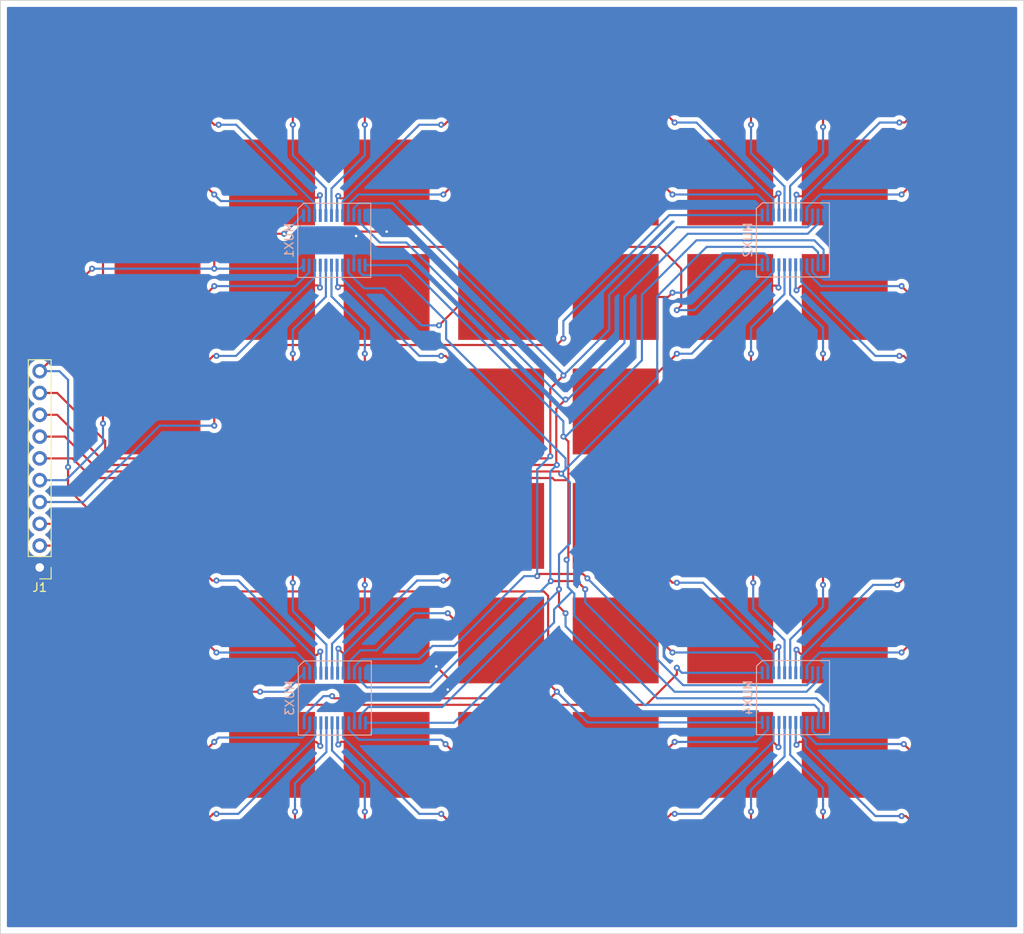
<source format=kicad_pcb>
(kicad_pcb (version 20221018) (generator pcbnew)
  (title_block (comment 4 "AISLER Project ID: CZVJZETH"))
  (layers (0 "F.Cu" signal) (31 "B.Cu" signal) (34 "B.Paste" user) (35 "F.Paste" user) (36 "B.SilkS" user "B.Silkscreen") (37 "F.SilkS" user "F.Silkscreen") (38 "B.Mask" user) (39 "F.Mask" user) (44 "Edge.Cuts" user))
  (net 0 "")
  (net 1 "Z1")
  (net 2 "Net-(MUX1-Y7)")
  (net 3 "Net-(MUX1-Y6)")
  (net 4 "Net-(MUX1-Y5)")
  (net 5 "Net-(MUX1-Y4)")
  (net 6 "Net-(MUX1-Y3)")
  (net 7 "Net-(MUX1-Y2)")
  (net 8 "Net-(MUX1-Y1)")
  (net 9 "Net-(MUX1-Y0)")
  (net 10 "S0")
  (net 11 "S1")
  (net 12 "S3")
  (net 13 "S2")
  (net 14 "GND")
  (net 15 "Net-(MUX1-Y15)")
  (net 16 "Net-(MUX1-Y14)")
  (net 17 "Net-(MUX1-Y13)")
  (net 18 "Net-(MUX1-Y12)")
  (net 19 "Net-(MUX1-Y11)")
  (net 20 "Net-(MUX1-Y10)")
  (net 21 "Net-(MUX1-Y9)")
  (net 22 "Net-(MUX1-Y8)")
  (net 23 "Z2")
  (net 24 "Net-(MUX2-Y7)")
  (net 25 "Net-(MUX2-Y6)")
  (net 26 "Net-(MUX2-Y5)")
  (net 27 "Net-(MUX2-Y4)")
  (net 28 "Net-(MUX2-Y3)")
  (net 29 "Net-(MUX2-Y2)")
  (net 30 "Net-(MUX2-Y1)")
  (net 31 "Net-(MUX2-Y0)")
  (net 32 "Net-(MUX2-Y15)")
  (net 33 "Net-(MUX2-Y14)")
  (net 34 "Net-(MUX2-Y13)")
  (net 35 "Net-(MUX2-Y12)")
  (net 36 "Net-(MUX2-Y11)")
  (net 37 "Net-(MUX2-Y10)")
  (net 38 "Net-(MUX2-Y9)")
  (net 39 "Net-(MUX2-Y8)")
  (net 40 "Z3")
  (net 41 "Net-(MUX3-Y7)")
  (net 42 "Net-(MUX3-Y6)")
  (net 43 "Net-(MUX3-Y5)")
  (net 44 "Net-(MUX3-Y4)")
  (net 45 "Net-(MUX3-Y3)")
  (net 46 "Net-(MUX3-Y2)")
  (net 47 "Net-(MUX3-Y1)")
  (net 48 "Net-(MUX3-Y0)")
  (net 49 "Net-(MUX3-Y15)")
  (net 50 "Net-(MUX3-Y14)")
  (net 51 "Net-(MUX3-Y13)")
  (net 52 "Net-(MUX3-Y12)")
  (net 53 "Net-(MUX3-Y11)")
  (net 54 "Net-(MUX3-Y10)")
  (net 55 "Net-(MUX3-Y9)")
  (net 56 "Net-(MUX3-Y8)")
  (net 57 "Z4")
  (net 58 "Net-(MUX4-Y7)")
  (net 59 "Net-(MUX4-Y6)")
  (net 60 "Net-(MUX4-Y5)")
  (net 61 "Net-(MUX4-Y4)")
  (net 62 "Net-(MUX4-Y3)")
  (net 63 "Net-(MUX4-Y2)")
  (net 64 "Net-(MUX4-Y1)")
  (net 65 "Net-(MUX4-Y0)")
  (net 66 "Net-(MUX4-Y15)")
  (net 67 "Net-(MUX4-Y14)")
  (net 68 "Net-(MUX4-Y13)")
  (net 69 "Net-(MUX4-Y12)")
  (net 70 "Net-(MUX4-Y11)")
  (net 71 "Net-(MUX4-Y10)")
  (net 72 "Net-(MUX4-Y9)")
  (net 73 "Net-(MUX4-Y8)")
  (net 74 "Vcc")
  (footprint "gridcap_footprints:CAPACITOR_PAD" (layer "F.Cu") (at 120.783 79.252)
    (fp_text reference "PAD18")
    (fp_text value "~" hide)
  )
  (footprint "gridcap_footprints:CAPACITOR_PAD" (layer "F.Cu") (at 120.783 92.585)
    (fp_text reference "PAD26")
    (fp_text value "~" hide)
  )
  (footprint "Connector_PinHeader_2.54mm:PinHeader_1x10_P2.54mm_Vertical" (layer "F.Cu") (at 93.734 110.752 180)
    (fp_text reference "J1")
    (fp_text value "Conn_01x10" hide)
  )
  (footprint "gridcap_footprints:CAPACITOR_PAD" (layer "F.Cu") (at 160.782 92.585)
    (fp_text reference "PAD29")
    (fp_text value "~" hide)
  )
  (footprint "gridcap_footprints:CAPACITOR_PAD" (layer "F.Cu") (at 174.115 145.917)
    (fp_text reference "PAD62")
    (fp_text value "~" hide)
  )
  (footprint "gridcap_footprints:CAPACITOR_PAD" (layer "F.Cu") (at 200.781 52.5788)
    (fp_text reference "PAD8")
    (fp_text value "~" hide)
  )
  (footprint "gridcap_footprints:CAPACITOR_PAD" (layer "F.Cu") (at 187.448 119.251)
    (fp_text reference "PAD47")
    (fp_text value "~" hide)
  )
  (footprint "gridcap_footprints:CAPACITOR_PAD" (layer "F.Cu") (at 187.448 145.917)
    (fp_text reference "PAD63")
    (fp_text value "~" hide)
  )
  (footprint "gridcap_footprints:CAPACITOR_PAD" (layer "F.Cu") (at 200.781 65.919)
    (fp_text reference "PAD16")
    (fp_text value "~" hide)
  )
  (footprint "gridcap_footprints:CAPACITOR_PAD" (layer "F.Cu") (at 147.449 52.5788)
    (fp_text reference "PAD4")
    (fp_text value "~" hide)
  )
  (footprint "gridcap_footprints:CAPACITOR_PAD" (layer "F.Cu") (at 187.448 65.919)
    (fp_text reference "PAD15")
    (fp_text value "~" hide)
  )
  (footprint "gridcap_footprints:CAPACITOR_PAD" (layer "F.Cu") (at 174.115 132.584)
    (fp_text reference "PAD54")
    (fp_text value "~" hide)
  )
  (footprint "gridcap_footprints:CAPACITOR_PAD" (layer "F.Cu") (at 160.782 65.919)
    (fp_text reference "PAD13")
    (fp_text value "~" hide)
  )
  (footprint "gridcap_footprints:CAPACITOR_PAD" (layer "F.Cu") (at 160.782 79.252)
    (fp_text reference "PAD21")
    (fp_text value "~" hide)
  )
  (footprint "gridcap_footprints:CAPACITOR_PAD" (layer "F.Cu") (at 134.116 119.2448)
    (fp_text reference "PAD43")
    (fp_text value "~" hide)
  )
  (footprint "gridcap_footprints:CAPACITOR_PAD" (layer "F.Cu") (at 107.45 119.251)
    (fp_text reference "PAD41")
    (fp_text value "~" hide)
  )
  (footprint "gridcap_footprints:CAPACITOR_PAD" (layer "F.Cu") (at 134.116 52.5788)
    (fp_text reference "PAD3")
    (fp_text value "~" hide)
  )
  (footprint "gridcap_footprints:CAPACITOR_PAD" (layer "F.Cu") (at 120.783 119.251)
    (fp_text reference "PAD42")
    (fp_text value "~" hide)
  )
  (footprint "gridcap_footprints:CAPACITOR_PAD" (layer "F.Cu") (at 107.45 79.252)
    (fp_text reference "PAD17")
    (fp_text value "~" hide)
  )
  (footprint "gridcap_footprints:CAPACITOR_PAD" (layer "F.Cu") (at 200.781 105.918)
    (fp_text reference "PAD40")
    (fp_text value "~" hide)
  )
  (footprint "gridcap_footprints:CAPACITOR_PAD" (layer "F.Cu") (at 147.449 132.584)
    (fp_text reference "PAD52")
    (fp_text value "~" hide)
  )
  (footprint "gridcap_footprints:CAPACITOR_PAD" (layer "F.Cu") (at 200.781 145.917)
    (fp_text reference "PAD64")
    (fp_text value "~" hide)
  )
  (footprint "gridcap_footprints:CAPACITOR_PAD" (layer "F.Cu") (at 134.116 65.919)
    (fp_text reference "PAD11")
    (fp_text value "~" hide)
  )
  (footprint "gridcap_footprints:CAPACITOR_PAD" (layer "F.Cu") (at 160.782 105.918)
    (fp_text reference "PAD37")
    (fp_text value "~" hide)
  )
  (footprint "gridcap_footprints:CAPACITOR_PAD" (layer "F.Cu") (at 187.448 132.584)
    (fp_text reference "PAD55")
    (fp_text value "~" hide)
  )
  (footprint "gridcap_footprints:CAPACITOR_PAD" (layer "F.Cu") (at 120.783 52.5788)
    (fp_text reference "PAD2")
    (fp_text value "~" hide)
  )
  (footprint "gridcap_footprints:CAPACITOR_PAD" (layer "F.Cu") (at 174.115 79.252)
    (fp_text reference "PAD22")
    (fp_text value "~" hide)
  )
  (footprint "gridcap_footprints:CAPACITOR_PAD" (layer "F.Cu") (at 187.448 92.585)
    (fp_text reference "PAD31")
    (fp_text value "~" hide)
  )
  (footprint "gridcap_footprints:CAPACITOR_PAD" (layer "F.Cu") (at 160.782 119.251)
    (fp_text reference "PAD45")
    (fp_text value "~" hide)
  )
  (footprint "gridcap_footprints:CAPACITOR_PAD" (layer "F.Cu") (at 134.116 145.917)
    (fp_text reference "PAD59")
    (fp_text value "~" hide)
  )
  (footprint "gridcap_footprints:CAPACITOR_PAD" (layer "F.Cu") (at 120.783 145.917)
    (fp_text reference "PAD58")
    (fp_text value "~" hide)
  )
  (footprint "gridcap_footprints:CAPACITOR_PAD" (layer "F.Cu") (at 107.45 92.585)
    (fp_text reference "PAD25")
    (fp_text value "~" hide)
  )
  (footprint "gridcap_footprints:CAPACITOR_PAD" (layer "F.Cu") (at 147.449 119.251)
    (fp_text reference "PAD44")
    (fp_text value "~" hide)
  )
  (footprint "gridcap_footprints:CAPACITOR_PAD" (layer "F.Cu") (at 120.783 132.584)
    (fp_text reference "PAD50")
    (fp_text value "~" hide)
  )
  (footprint "gridcap_footprints:CAPACITOR_PAD" (layer "F.Cu") (at 107.45 52.586)
    (fp_text reference "PAD1")
    (fp_text value "~" hide)
  )
  (footprint "gridcap_footprints:CAPACITOR_PAD" (layer "F.Cu") (at 174.115 92.585)
    (fp_text reference "PAD30")
    (fp_text value "~" hide)
  )
  (footprint "gridcap_footprints:CAPACITOR_PAD" (layer "F.Cu") (at 147.449 145.917)
    (fp_text reference "PAD60")
    (fp_text value "~" hide)
  )
  (footprint "gridcap_footprints:CAPACITOR_PAD" (layer "F.Cu") (at 107.45 65.919)
    (fp_text reference "PAD9")
    (fp_text value "~" hide)
  )
  (footprint "gridcap_footprints:CAPACITOR_PAD" (layer "F.Cu") (at 160.782 52.5788)
    (fp_text reference "PAD5")
    (fp_text value "~" hide)
  )
  (footprint "gridcap_footprints:CAPACITOR_PAD" (layer "F.Cu") (at 134.116 132.584)
    (fp_text reference "PAD51")
    (fp_text value "~" hide)
  )
  (footprint "gridcap_footprints:CAPACITOR_PAD" (layer "F.Cu") (at 200.781 132.584)
    (fp_text reference "PAD56")
    (fp_text value "~" hide)
  )
  (footprint "gridcap_footprints:CAPACITOR_PAD" (layer "F.Cu") (at 160.782 145.917)
    (fp_text reference "PAD61")
    (fp_text value "~" hide)
  )
  (footprint "gridcap_footprints:CAPACITOR_PAD" (layer "F.Cu") (at 120.783 105.918)
    (fp_text reference "PAD34")
    (fp_text value "~" hide)
  )
  (footprint "gridcap_footprints:CAPACITOR_PAD" (layer "F.Cu") (at 147.449 105.918)
    (fp_text reference "PAD36")
    (fp_text value "~" hide)
  )
  (footprint "gridcap_footprints:CAPACITOR_PAD" (layer "F.Cu") (at 200.781 119.251)
    (fp_text reference "PAD48")
    (fp_text value "~" hide)
  )
  (footprint "gridcap_footprints:CAPACITOR_PAD" (layer "F.Cu") (at 174.115 65.919)
    (fp_text reference "PAD14")
    (fp_text value "~" hide)
  )
  (footprint "gridcap_footprints:CAPACITOR_PAD" (layer "F.Cu") (at 147.449 92.585)
    (fp_text reference "PAD28")
    (fp_text value "~" hide)
  )
  (footprint "gridcap_footprints:CAPACITOR_PAD" (layer "F.Cu") (at 134.116 79.252)
    (fp_text reference "PAD19")
    (fp_text value "~" hide)
  )
  (footprint "gridcap_footprints:CAPACITOR_PAD" (layer "F.Cu") (at 187.448 79.252)
    (fp_text reference "PAD23")
    (fp_text value "~" hide)
  )
  (footprint "gridcap_footprints:CAPACITOR_PAD" (layer "F.Cu") (at 200.781 92.585)
    (fp_text reference "PAD32")
    (fp_text value "~" hide)
  )
  (footprint "gridcap_footprints:CAPACITOR_PAD" (layer "F.Cu") (at 174.115 105.918)
    (fp_text reference "PAD38")
    (fp_text value "~" hide)
  )
  (footprint "gridcap_footprints:CAPACITOR_PAD" (layer "F.Cu") (at 187.448 105.918)
    (fp_text reference "PAD39")
    (fp_text value "~" hide)
  )
  (footprint "gridcap_footprints:CAPACITOR_PAD" (layer "F.Cu") (at 134.116 92.585)
    (fp_text reference "PAD27")
    (fp_text value "~" hide)
  )
  (footprint "gridcap_footprints:CAPACITOR_PAD" (layer "F.Cu") (at 147.449 65.919)
    (fp_text reference "PAD12")
    (fp_text value "~" hide)
  )
  (footprint "gridcap_footprints:CAPACITOR_PAD" (layer "F.Cu") (at 147.449 79.252)
    (fp_text reference "PAD20")
    (fp_text value "~" hide)
  )
  (footprint "gridcap_footprints:CAPACITOR_PAD" (layer "F.Cu") (at 187.448 52.5788)
    (fp_text reference "PAD7")
    (fp_text value "~" hide)
  )
  (footprint "gridcap_footprints:CAPACITOR_PAD" (layer "F.Cu") (at 174.115 119.251)
    (fp_text reference "PAD46")
    (fp_text value "~" hide)
  )
  (footprint "gridcap_footprints:CAPACITOR_PAD" (layer "F.Cu") (at 174.115 52.5788)
    (fp_text reference "PAD6")
    (fp_text value "~" hide)
  )
  (footprint "gridcap_footprints:CAPACITOR_PAD" (layer "F.Cu") (at 200.781 79.252)
    (fp_text reference "PAD24")
    (fp_text value "~" hide)
  )
  (footprint "gridcap_footprints:CAPACITOR_PAD" (layer "F.Cu") (at 107.45 132.584)
    (fp_text reference "PAD49")
    (fp_text value "~" hide)
  )
  (footprint "gridcap_footprints:CAPACITOR_PAD" (layer "F.Cu") (at 107.45 105.918)
    (fp_text reference "PAD33")
    (fp_text value "~" hide)
  )
  (footprint "gridcap_footprints:CAPACITOR_PAD" (layer "F.Cu") (at 160.782 132.584)
    (fp_text reference "PAD53")
    (fp_text value "~" hide)
  )
  (footprint "gridcap_footprints:CAPACITOR_PAD" (layer "F.Cu") (at 120.783 65.919)
    (fp_text reference "PAD10")
    (fp_text value "~" hide)
  )
  (footprint "gridcap_footprints:CAPACITOR_PAD" (layer "F.Cu") (at 134.116 105.918)
    (fp_text reference "PAD35")
    (fp_text value "~" hide)
  )
  (footprint "gridcap_footprints:CAPACITOR_PAD" (layer "F.Cu") (at 107.45 145.917)
    (fp_text reference "PAD57")
    (fp_text value "~" hide)
  )
  (footprint "gridcap_footprints:74HC4067PW-Q100J" (layer "B.Cu") (at 128.088032 125.955917)
    (fp_text reference "MUX3")
    (fp_text value "~")
  )
  (footprint "gridcap_footprints:74HC4067PW-Q100J" (layer "B.Cu") (at 181.422078 125.911623)
    (fp_text reference "MUX4")
    (fp_text value "~")
  )
  (footprint "gridcap_footprints:74HC4067PW-Q100J" (layer "B.Cu") (at 181.409872 72.60731)
    (fp_text reference "MUX2")
    (fp_text value "~")
  )
  (footprint "gridcap_footprints:74HC4067PW-Q100J" (layer "B.Cu") (at 128.024 72.652)
    (fp_text reference "MUX1")
    (fp_text value "~")
  )
  (gr_rect (start 89.162 44.712) (end 208.288 153.424) (stroke (width 0.1)) (fill none) (layer "Edge.Cuts"))
  (segment (start 101.1 73.668) (end 101.1 93.988) (width 0.25) (layer "F.Cu") (net 1))
  (segment (start 122.182 71.89) (end 102.878 71.89) (width 0.25) (layer "F.Cu") (net 1))
  (segment (start 102.878 71.89) (end 101.1 73.668) (width 0.25) (layer "F.Cu") (net 1))
  (via (at 101.1 93.988) (size 0.7) (drill 0.3) (layers "F.Cu" "B.Cu") (net 1))
  (via (at 122.182 71.89) (size 0.7) (drill 0.3) (layers "F.Cu" "B.Cu") (net 1))
  (segment (start 96.782 100.592) (end 93.734 100.592) (width 0.25) (layer "B.Cu") (net 1))
  (segment (start 124.449 69.762) (end 124.31 69.762) (width 0.25) (layer "B.Cu") (net 1))
  (segment (start 101.1 96.274) (end 96.782 100.592) (width 0.25) (layer "B.Cu") (net 1))
  (segment (start 124.31 69.762) (end 122.182 71.89) (width 0.25) (layer "B.Cu") (net 1))
  (segment (start 101.1 93.988) (end 101.1 96.274) (width 0.25) (layer "B.Cu") (net 1))
  (segment (start 112.655 65.919) (end 107.45 65.919) (width 0.25) (layer "F.Cu") (net 2))
  (segment (start 114.054 67.318) (end 112.655 65.919) (width 0.25) (layer "F.Cu") (net 2))
  (via (at 114.054 67.318) (size 0.7) (drill 0.3) (layers "F.Cu" "B.Cu") (net 2))
  (segment (start 124.267 68.08) (end 114.816 68.08) (width 0.25) (layer "B.Cu") (net 2))
  (segment (start 125.099 69.762) (end 125.099 68.912) (width 0.25) (layer "B.Cu") (net 2))
  (segment (start 125.099 68.912) (end 124.267 68.08) (width 0.25) (layer "B.Cu") (net 2))
  (segment (start 114.816 68.08) (end 114.054 67.318) (width 0.25) (layer "B.Cu") (net 2))
  (segment (start 114.054 59.19) (end 107.45 52.586) (width 0.25) (layer "F.Cu") (net 3))
  (segment (start 114.562 59.19) (end 114.054 59.19) (width 0.25) (layer "F.Cu") (net 3))
  (via (at 114.562 59.19) (size 0.7) (drill 0.3) (layers "F.Cu" "B.Cu") (net 3))
  (segment (start 125.749 68.345) (end 116.594 59.19) (width 0.25) (layer "B.Cu") (net 3))
  (segment (start 125.749 69.762) (end 125.749 68.345) (width 0.25) (layer "B.Cu") (net 3))
  (segment (start 116.594 59.19) (end 114.562 59.19) (width 0.25) (layer "B.Cu") (net 3))
  (segment (start 126.348591 67.400445) (end 126.061161 67.687875) (width 0.25) (layer "F.Cu") (net 4))
  (segment (start 122.551875 67.687875) (end 120.783 65.919) (width 0.25) (layer "F.Cu") (net 4))
  (segment (start 126.061161 67.687875) (end 122.551875 67.687875) (width 0.25) (layer "F.Cu") (net 4))
  (via (at 126.348591 67.400445) (size 0.7) (drill 0.3) (layers "F.Cu" "B.Cu") (net 4))
  (segment (start 126.399 67.450854) (end 126.399 69.762) (width 0.25) (layer "B.Cu") (net 4))
  (segment (start 126.348591 67.400445) (end 126.399 67.450854) (width 0.25) (layer "B.Cu") (net 4))
  (segment (start 123.198 54.9938) (end 120.783 52.5788) (width 0.25) (layer "F.Cu") (net 5))
  (segment (start 123.198 59.19) (end 123.198 54.9938) (width 0.25) (layer "F.Cu") (net 5))
  (via (at 123.198 59.19) (size 0.7) (drill 0.3) (layers "F.Cu" "B.Cu") (net 5))
  (segment (start 123.198 62.746) (end 123.198 59.19) (width 0.25) (layer "B.Cu") (net 5))
  (segment (start 127.049 69.762) (end 127.049 66.597) (width 0.25) (layer "B.Cu") (net 5))
  (segment (start 127.049 66.597) (end 123.198 62.746) (width 0.25) (layer "B.Cu") (net 5))
  (segment (start 131.58 55.1148) (end 134.116 52.5788) (width 0.25) (layer "F.Cu") (net 6))
  (segment (start 131.58 59.19) (end 131.58 55.1148) (width 0.25) (layer "F.Cu") (net 6))
  (via (at 131.58 59.19) (size 0.7) (drill 0.3) (layers "F.Cu" "B.Cu") (net 6))
  (segment (start 127.699 66.627) (end 131.58 62.746) (width 0.25) (layer "B.Cu") (net 6))
  (segment (start 127.699 69.762) (end 127.699 66.627) (width 0.25) (layer "B.Cu") (net 6))
  (segment (start 131.58 62.746) (end 131.58 59.19) (width 0.25) (layer "B.Cu") (net 6))
  (segment (start 128.742501 67.757195) (end 132.277805 67.757195) (width 0.25) (layer "F.Cu") (net 7))
  (segment (start 128.48065 67.495344) (end 128.742501 67.757195) (width 0.25) (layer "F.Cu") (net 7))
  (segment (start 132.277805 67.757195) (end 134.116 65.919) (width 0.25) (layer "F.Cu") (net 7))
  (via (at 128.48065 67.495344) (size 0.7) (drill 0.3) (layers "F.Cu" "B.Cu") (net 7))
  (segment (start 128.48065 67.495344) (end 128.349 67.626994) (width 0.25) (layer "B.Cu") (net 7))
  (segment (start 128.349 67.626994) (end 128.349 69.762) (width 0.25) (layer "B.Cu") (net 7))
  (segment (start 140.8378 59.19) (end 147.449 52.5788) (width 0.25) (layer "F.Cu") (net 8))
  (segment (start 140.47 59.19) (end 140.8378 59.19) (width 0.25) (layer "F.Cu") (net 8))
  (via (at 140.47 59.19) (size 0.7) (drill 0.3) (layers "F.Cu" "B.Cu") (net 8))
  (segment (start 128.999 68.121) (end 137.93 59.19) (width 0.25) (layer "B.Cu") (net 8))
  (segment (start 137.93 59.19) (end 140.47 59.19) (width 0.25) (layer "B.Cu") (net 8))
  (segment (start 128.999 69.762) (end 128.999 68.121) (width 0.25) (layer "B.Cu") (net 8))
  (segment (start 142.123 65.919) (end 147.449 65.919) (width 0.25) (layer "F.Cu") (net 9))
  (segment (start 140.724 67.318) (end 142.123 65.919) (width 0.25) (layer "F.Cu") (net 9))
  (via (at 140.724 67.318) (size 0.7) (drill 0.3) (layers "F.Cu" "B.Cu") (net 9))
  (segment (start 129.649 69.762) (end 129.649 68.487) (width 0.25) (layer "B.Cu") (net 9))
  (segment (start 130.818 67.318) (end 140.724 67.318) (width 0.25) (layer "B.Cu") (net 9))
  (segment (start 129.649 68.487) (end 130.818 67.318) (width 0.25) (layer "B.Cu") (net 9))
  (segment (start 101.354 97.29) (end 101.354 96.02) (width 0.25) (layer "F.Cu") (net 10))
  (segment (start 102.116 98.052) (end 101.354 97.29) (width 0.25) (layer "F.Cu") (net 10))
  (segment (start 152.916 98.052) (end 102.116 98.052) (width 0.25) (layer "F.Cu") (net 10))
  (segment (start 156.98 111.514) (end 157.488 112.022) (width 0.25) (layer "F.Cu") (net 10))
  (segment (start 153.17 89.924) (end 153.17 97.798) (width 0.25) (layer "F.Cu") (net 10))
  (segment (start 151.9 111.514) (end 156.98 111.514) (width 0.25) (layer "F.Cu") (net 10))
  (segment (start 154.694 88.4) (end 153.17 89.924) (width 0.25) (layer "F.Cu") (net 10))
  (segment (start 101.354 96.02) (end 95.766 90.432) (width 0.25) (layer "F.Cu") (net 10))
  (segment (start 151.646 111.768) (end 151.9 111.514) (width 0.25) (layer "F.Cu") (net 10))
  (segment (start 95.766 90.432) (end 93.734 90.432) (width 0.25) (layer "F.Cu") (net 10))
  (segment (start 153.17 97.798) (end 152.916 98.052) (width 0.25) (layer "F.Cu") (net 10))
  (via (at 154.694 88.4) (size 0.7) (drill 0.3) (layers "F.Cu" "B.Cu") (net 10))
  (via (at 157.488 112.022) (size 0.7) (drill 0.3) (layers "F.Cu" "B.Cu") (net 10))
  (via (at 151.646 111.768) (size 0.7) (drill 0.3) (layers "F.Cu" "B.Cu") (net 10))
  (via (at 153.17 97.798) (size 0.7) (drill 0.3) (layers "F.Cu" "B.Cu") (net 10))
  (segment (start 183.697078 123.021623) (end 183.697078 123.796623) (width 0.25) (layer "B.Cu") (net 10))
  (segment (start 168.638413 124.468) (end 165.616 121.445587) (width 0.25) (layer "B.Cu") (net 10))
  (segment (start 183.697078 123.796623) (end 183.025701 124.468) (width 0.25) (layer "B.Cu") (net 10))
  (segment (start 154.694 88.217639) (end 134.810361 68.334) (width 0.25) (layer "B.Cu") (net 10))
  (segment (start 151.646 111.768) (end 151.646 99.322) (width 0.25) (layer "B.Cu") (net 10))
  (segment (start 150.122 111.768) (end 141.994 119.896) (width 0.25) (layer "B.Cu") (net 10))
  (segment (start 139.454 119.896) (end 137.93 121.42) (width 0.25) (layer "B.Cu") (net 10))
  (segment (start 130.299 68.912) (end 130.299 69.762) (width 0.25) (layer "B.Cu") (net 10))
  (segment (start 154.694 88.4) (end 160.028 83.066) (width 0.25) (layer "B.Cu") (net 10))
  (segment (start 183.124182 71.128) (end 183.684872 70.56731) (width 0.25) (layer "B.Cu") (net 10))
  (segment (start 151.646 99.322) (end 153.17 97.798) (width 0.25) (layer "B.Cu") (net 10))
  (segment (start 154.694 88.4) (end 154.694 88.217639) (width 0.25) (layer "B.Cu") (net 10))
  (segment (start 137.93 121.42) (end 131.233949 121.42) (width 0.25) (layer "B.Cu") (net 10))
  (segment (start 167.902 71.128) (end 183.124182 71.128) (width 0.25) (layer "B.Cu") (net 10))
  (segment (start 130.877 68.334) (end 130.299 68.912) (width 0.25) (layer "B.Cu") (net 10))
  (segment (start 183.025701 124.468) (end 168.638413 124.468) (width 0.25) (layer "B.Cu") (net 10))
  (segment (start 141.994 119.896) (end 139.454 119.896) (width 0.25) (layer "B.Cu") (net 10))
  (segment (start 130.363032 122.290917) (end 130.363032 123.065917) (width 0.25) (layer "B.Cu") (net 10))
  (segment (start 131.233949 121.42) (end 130.363032 122.290917) (width 0.25) (layer "B.Cu") (net 10))
  (segment (start 183.684872 70.56731) (end 183.684872 69.71731) (width 0.25) (layer "B.Cu") (net 10))
  (segment (start 165.616 120.15) (end 157.488 112.022) (width 0.25) (layer "B.Cu") (net 10))
  (segment (start 160.028 83.066) (end 160.028 79.002) (width 0.25) (layer "B.Cu") (net 10))
  (segment (start 134.810361 68.334) (end 130.877 68.334) (width 0.25) (layer "B.Cu") (net 10))
  (segment (start 151.646 111.768) (end 150.122 111.768) (width 0.25) (layer "B.Cu") (net 10))
  (segment (start 165.616 121.445587) (end 165.616 120.15) (width 0.25) (layer "B.Cu") (net 10))
  (segment (start 160.028 79.002) (end 167.902 71.128) (width 0.25) (layer "B.Cu") (net 10))
  (segment (start 153.932 98.814) (end 101.608 98.814) (width 0.25) (layer "F.Cu") (net 11))
  (segment (start 101.608 98.814) (end 95.766 92.972) (width 0.25) (layer "F.Cu") (net 11))
  (segment (start 156.28261 112.34061) (end 157.234 113.292) (width 0.25) (layer "F.Cu") (net 11))
  (segment (start 153.865 92.277) (end 153.865 98.747) (width 0.25) (layer "F.Cu") (net 11))
  (segment (start 153.865 98.747) (end 153.932 98.814) (width 0.25) (layer "F.Cu") (net 11))
  (segment (start 153.23461 112.34061) (end 156.28261 112.34061) (width 0.25) (layer "F.Cu") (net 11))
  (segment (start 95.766 92.972) (end 93.734 92.972) (width 0.25) (layer "F.Cu") (net 11))
  (segment (start 154.948 91.194) (end 153.865 92.277) (width 0.25) (layer "F.Cu") (net 11))
  (via (at 153.23461 112.34061) (size 0.7) (drill 0.3) (layers "F.Cu" "B.Cu") (net 11))
  (via (at 157.234 113.292) (size 0.7) (drill 0.3) (layers "F.Cu" "B.Cu") (net 11))
  (via (at 153.932 98.814) (size 0.7) (drill 0.3) (layers "F.Cu" "B.Cu") (net 11))
  (via (at 154.948 91.194) (size 0.7) (drill 0.3) (layers "F.Cu" "B.Cu") (net 11))
  (segment (start 167.648 125.23) (end 157.234 114.816) (width 0.25) (layer "B.Cu") (net 11))
  (segment (start 153.17 99.576) (end 153.932 98.814) (width 0.25) (layer "B.Cu") (net 11))
  (segment (start 183.142 71.89) (end 184.334872 70.697128) (width 0.25) (layer "B.Cu") (net 11))
  (segment (start 136.406 72.906) (end 133.318 72.906) (width 0.25) (layer "B.Cu") (net 11))
  (segment (start 161.806 79.256) (end 169.172 71.89) (width 0.25) (layer "B.Cu") (net 11))
  (segment (start 169.172 71.89) (end 183.142 71.89) (width 0.25) (layer "B.Cu") (net 11))
  (segment (start 131.819115 124.722) (end 131.013032 123.915917) (width 0.25) (layer "B.Cu") (net 11))
  (segment (start 139.2 124.722) (end 131.819115 124.722) (width 0.25) (layer "B.Cu") (net 11))
  (segment (start 155.202 91.194) (end 161.806 84.59) (width 0.25) (layer "B.Cu") (net 11))
  (segment (start 184.347078 123.021623) (end 184.347078 123.871623) (width 0.25) (layer "B.Cu") (net 11))
  (segment (start 150.376 113.546) (end 139.2 124.722) (width 0.25) (layer "B.Cu") (net 11))
  (segment (start 130.949 70.537) (end 130.949 69.762) (width 0.25) (layer "B.Cu") (net 11))
  (segment (start 153.23461 112.34061) (end 153.17 112.276) (width 0.25) (layer "B.Cu") (net 11))
  (segment (start 152.02922 113.546) (end 150.376 113.546) (width 0.25) (layer "B.Cu") (net 11))
  (segment (start 182.988701 125.23) (end 167.648 125.23) (width 0.25) (layer "B.Cu") (net 11))
  (segment (start 133.318 72.906) (end 130.949 70.537) (width 0.25) (layer "B.Cu") (net 11))
  (segment (start 153.23461 112.34061) (end 152.02922 113.546) (width 0.25) (layer "B.Cu") (net 11))
  (segment (start 154.694 91.194) (end 136.406 72.906) (width 0.25) (layer "B.Cu") (net 11))
  (segment (start 153.17 112.276) (end 153.17 99.576) (width 0.25) (layer "B.Cu") (net 11))
  (segment (start 154.948 91.194) (end 155.202 91.194) (width 0.25) (layer "B.Cu") (net 11))
  (segment (start 154.948 91.194) (end 154.694 91.194) (width 0.25) (layer "B.Cu") (net 11))
  (segment (start 157.234 114.816) (end 157.234 113.292) (width 0.25) (layer "B.Cu") (net 11))
  (segment (start 184.334872 70.697128) (end 184.334872 69.71731) (width 0.25) (layer "B.Cu") (net 11))
  (segment (start 161.806 84.59) (end 161.806 79.256) (width 0.25) (layer "B.Cu") (net 11))
  (segment (start 184.347078 123.871623) (end 182.988701 125.23) (width 0.25) (layer "B.Cu") (net 11))
  (segment (start 131.013032 123.915917) (end 131.013032 123.065917) (width 0.25) (layer "B.Cu") (net 11))
  (segment (start 97.544 98.052) (end 93.734 98.052) (width 0.25) (layer "F.Cu") (net 12))
  (segment (start 153.424 100.338) (end 99.83 100.338) (width 0.25) (layer "F.Cu") (net 12))
  (segment (start 155.269 109.669) (end 155.269 96.087) (width 0.25) (layer "F.Cu") (net 12))
  (segment (start 99.83 100.338) (end 97.544 98.052) (width 0.25) (layer "F.Cu") (net 12))
  (segment (start 155.075 109.863) (end 155.269 109.669) (width 0.25) (layer "F.Cu") (net 12))
  (segment (start 155.269 96.087) (end 154.694 95.512) (width 0.25) (layer "F.Cu") (net 12))
  (segment (start 155.269 100.592) (end 153.678 100.592) (width 0.25) (layer "F.Cu") (net 12))
  (segment (start 153.678 100.592) (end 153.424 100.338) (width 0.25) (layer "F.Cu") (net 12))
  (via (at 154.694 95.512) (size 0.7) (drill 0.3) (layers "F.Cu" "B.Cu") (net 12))
  (via (at 155.075 109.863) (size 0.7) (drill 0.3) (layers "F.Cu" "B.Cu") (net 12))
  (segment (start 153.611 115.645) (end 153.611 117.169) (width 0.25) (layer "B.Cu") (net 12))
  (segment (start 184.997078 128.801623) (end 184.997078 126.831078) (width 0.25) (layer "B.Cu") (net 12))
  (segment (start 184.984872 73.732872) (end 184.984872 75.49731) (width 0.25) (layer "B.Cu") (net 12))
  (segment (start 154.948 95.512) (end 163.838 86.622) (width 0.25) (layer "B.Cu") (net 12))
  (segment (start 163.838 86.622) (end 163.838 79.002) (width 0.25) (layer "B.Cu") (net 12))
  (segment (start 170.188 72.652) (end 183.904 72.652) (width 0.25) (layer "B.Cu") (net 12))
  (segment (start 155.202 113.038) (end 155.71 113.546) (width 0.25) (layer "B.Cu") (net 12))
  (segment (start 155.202 109.99) (end 155.202 113.038) (width 0.25) (layer "B.Cu") (net 12))
  (segment (start 141.934083 128.845917) (end 131.663032 128.845917) (width 0.25) (layer "B.Cu") (net 12))
  (segment (start 155.964 113.8) (end 155.71 113.546) (width 0.25) (layer "B.Cu") (net 12))
  (segment (start 154.694 93.734) (end 136.502 75.542) (width 0.25) (layer "B.Cu") (net 12))
  (segment (start 183.904 72.652) (end 184.984872 73.732872) (width 0.25) (layer "B.Cu") (net 12))
  (segment (start 184.997078 126.831078) (end 184.158 125.992) (width 0.25) (layer "B.Cu") (net 12))
  (segment (start 163.838 79.002) (end 170.188 72.652) (width 0.25) (layer "B.Cu") (net 12))
  (segment (start 184.158 125.992) (end 165.616 125.992) (width 0.25) (layer "B.Cu") (net 12))
  (segment (start 165.616 125.992) (end 155.964 116.34) (width 0.25) (layer "B.Cu") (net 12))
  (segment (start 154.694 95.512) (end 154.948 95.512) (width 0.25) (layer "B.Cu") (net 12))
  (segment (start 155.71 113.546) (end 153.611 115.645) (width 0.25) (layer "B.Cu") (net 12))
  (segment (start 154.694 95.512) (end 154.694 93.734) (width 0.25) (layer "B.Cu") (net 12))
  (segment (start 155.075 109.863) (end 155.202 109.99) (width 0.25) (layer "B.Cu") (net 12))
  (segment (start 153.611 117.169) (end 141.934083 128.845917) (width 0.25) (layer "B.Cu") (net 12))
  (segment (start 136.502 75.542) (end 131.599 75.542) (width 0.25) (layer "B.Cu") (net 12))
  (segment (start 155.964 116.34) (end 155.964 113.8) (width 0.25) (layer "B.Cu") (net 12))
  (segment (start 96.655 95.512) (end 93.734 95.512) (width 0.25) (layer "F.Cu") (net 13))
  (segment (start 154.186 99.576) (end 100.719 99.576) (width 0.25) (layer "F.Cu") (net 13))
  (segment (start 154.186 115.324) (end 154.186 113.292) (width 0.25) (layer "F.Cu") (net 13))
  (segment (start 154.44 99.83) (end 154.186 99.576) (width 0.25) (layer "F.Cu") (net 13))
  (segment (start 154.948 116.086) (end 154.186 115.324) (width 0.25) (layer "F.Cu") (net 13))
  (segment (start 100.719 99.576) (end 96.655 95.512) (width 0.25) (layer "F.Cu") (net 13))
  (via (at 154.948 116.086) (size 0.7) (drill 0.3) (layers "F.Cu" "B.Cu") (net 13))
  (via (at 154.186 113.292) (size 0.7) (drill 0.3) (layers "F.Cu" "B.Cu") (net 13))
  (via (at 154.44 99.83) (size 0.7) (drill 0.3) (layers "F.Cu" "B.Cu") (net 13))
  (segment (start 141.045 82.065827) (end 135.695173 76.716) (width 0.25) (layer "B.Cu") (net 13))
  (segment (start 154.186 113.417604) (end 140.595604 127.008) (width 0.25) (layer "B.Cu") (net 13))
  (segment (start 165.616 79.173173) (end 165.616 88.654) (width 0.25) (layer "B.Cu") (net 13))
  (segment (start 141.045 84.149) (end 141.045 82.065827) (width 0.25) (layer "B.Cu") (net 13))
  (segment (start 131.013032 127.995917) (end 131.013032 128.845917) (width 0.25) (layer "B.Cu") (net 13))
  (segment (start 184.334872 74.034674) (end 183.714198 73.414) (width 0.25) (layer "B.Cu") (net 13))
  (segment (start 154.186 113.292) (end 154.186 113.417604) (width 0.25) (layer "B.Cu") (net 13))
  (segment (start 183.904 126.754) (end 184.412 127.262) (width 0.25) (layer "B.Cu") (net 13))
  (segment (start 184.412 127.262) (end 184.412 128.736701) (width 0.25) (layer "B.Cu") (net 13))
  (segment (start 183.714198 73.414) (end 171.375173 73.414) (width 0.25) (layer "B.Cu") (net 13))
  (segment (start 154.948 117.61) (end 164.092 126.754) (width 0.25) (layer "B.Cu") (net 13))
  (segment (start 131.348 76.716) (end 130.949 76.317) (width 0.25) (layer "B.Cu") (net 13))
  (segment (start 154.948 99.322) (end 154.948 98.052) (width 0.25) (layer "B.Cu") (net 13))
  (segment (start 154.186 109.228) (end 154.186 113.292) (width 0.25) (layer "B.Cu") (net 13))
  (segment (start 132.000949 127.008) (end 131.013032 127.995917) (width 0.25) (layer "B.Cu") (net 13))
  (segment (start 154.44 99.83) (end 155.456 100.846) (width 0.25) (layer "B.Cu") (net 13))
  (segment (start 140.595604 127.008) (end 132.000949 127.008) (width 0.25) (layer "B.Cu") (net 13))
  (segment (start 155.456 100.846) (end 155.456 107.958) (width 0.25) (layer "B.Cu") (net 13))
  (segment (start 184.412 128.736701) (end 184.347078 128.801623) (width 0.25) (layer "B.Cu") (net 13))
  (segment (start 164.092 126.754) (end 183.904 126.754) (width 0.25) (layer "B.Cu") (net 13))
  (segment (start 184.334872 75.49731) (end 184.334872 74.034674) (width 0.25) (layer "B.Cu") (net 13))
  (segment (start 135.695173 76.716) (end 131.348 76.716) (width 0.25) (layer "B.Cu") (net 13))
  (segment (start 165.616 88.654) (end 154.44 99.83) (width 0.25) (layer "B.Cu") (net 13))
  (segment (start 154.948 116.086) (end 154.948 117.61) (width 0.25) (layer "B.Cu") (net 13))
  (segment (start 154.948 98.052) (end 141.045 84.149) (width 0.25) (layer "B.Cu") (net 13))
  (segment (start 155.456 107.958) (end 154.186 109.228) (width 0.25) (layer "B.Cu") (net 13))
  (segment (start 171.375173 73.414) (end 165.616 79.173173) (width 0.25) (layer "B.Cu") (net 13))
  (segment (start 130.949 76.317) (end 130.949 75.542) (width 0.25) (layer "B.Cu") (net 13))
  (segment (start 134.12 71.636) (end 131.072 71.636) (width 0.25) (layer "F.Cu") (net 14))
  (segment (start 141.232 123.622817) (end 141.232 124.976) (width 0.25) (layer "F.Cu") (net 14))
  (segment (start 131.072 71.636) (end 130.564 72.144) (width 0.25) (layer "F.Cu") (net 14))
  (segment (start 139.89429 122.285107) (end 141.232 123.622817) (width 0.25) (layer "F.Cu") (net 14))
  (via (at 134.12 71.636) (size 0.7) (drill 0.3) (layers "F.Cu" "B.Cu") (net 14))
  (via (at 139.89429 122.285107) (size 0.7) (drill 0.3) (layers "F.Cu" "B.Cu") (net 14))
  (via (at 141.232 124.976) (size 0.7) (drill 0.3) (layers "F.Cu" "B.Cu") (net 14))
  (via (at 130.564 72.144) (size 0.7) (drill 0.3) (layers "F.Cu" "B.Cu") (net 14))
  (segment (start 184.307562 76.97) (end 186.19 76.97) (width 0.25) (layer "B.Cu") (net 14))
  (segment (start 130.299 74.165) (end 130.056 73.922) (width 0.25) (layer "B.Cu") (net 14))
  (segment (start 183.697078 128.801623) (end 183.697078 129.801623) (width 0.25) (layer "B.Cu") (net 14))
  (segment (start 183.684872 75.49731) (end 183.684872 76.34731) (width 0.25) (layer "B.Cu") (net 14))
  (segment (start 130.363032 127.315032) (end 130.31 127.262) (width 0.25) (layer "B.Cu") (net 14))
  (segment (start 183.684872 76.34731) (end 184.307562 76.97) (width 0.25) (layer "B.Cu") (net 14))
  (segment (start 183.697078 129.801623) (end 184.205455 130.31) (width 0.25) (layer "B.Cu") (net 14))
  (segment (start 184.205455 130.31) (end 186.444 130.31) (width 0.25) (layer "B.Cu") (net 14))
  (segment (start 130.363032 128.845917) (end 130.363032 127.315032) (width 0.25) (layer "B.Cu") (net 14))
  (segment (start 130.299 75.542) (end 130.299 74.165) (width 0.25) (layer "B.Cu") (net 14))
  (segment (start 143.522 79.252) (end 147.449 79.252) (width 0.25) (layer "F.Cu") (net 15))
  (segment (start 140.216 82.558) (end 143.522 79.252) (width 0.25) (layer "F.Cu") (net 15))
  (via (at 140.216 82.558) (size 0.7) (drill 0.3) (layers "F.Cu" "B.Cu") (net 15))
  (segment (start 138.184 82.558) (end 133.866 78.24) (width 0.25) (layer "B.Cu") (net 15))
  (segment (start 133.866 78.24) (end 131.483396 78.24) (width 0.25) (layer "B.Cu") (net 15))
  (segment (start 131.483396 78.24) (end 129.649 76.405604) (width 0.25) (layer "B.Cu") (net 15))
  (segment (start 129.649 76.405604) (end 129.649 75.542) (width 0.25) (layer "B.Cu") (net 15))
  (segment (start 140.216 82.558) (end 138.184 82.558) (width 0.25) (layer "B.Cu") (net 15))
  (segment (start 140.978 86.114) (end 147.449 92.585) (width 0.25) (layer "F.Cu") (net 16))
  (segment (start 140.47 86.114) (end 140.978 86.114) (width 0.25) (layer "F.Cu") (net 16))
  (via (at 140.47 86.114) (size 0.7) (drill 0.3) (layers "F.Cu" "B.Cu") (net 16))
  (segment (start 137.93 86.114) (end 140.47 86.114) (width 0.25) (layer "B.Cu") (net 16))
  (segment (start 128.999 77.183) (end 137.93 86.114) (width 0.25) (layer "B.Cu") (net 16))
  (segment (start 128.999 75.542) (end 128.999 77.183) (width 0.25) (layer "B.Cu") (net 16))
  (segment (start 128.619509 77.940046) (end 132.804046 77.940046) (width 0.25) (layer "F.Cu") (net 17))
  (segment (start 128.456664 78.102891) (end 128.619509 77.940046) (width 0.25) (layer "F.Cu") (net 17))
  (segment (start 132.804046 77.940046) (end 134.116 79.252) (width 0.25) (layer "F.Cu") (net 17))
  (via (at 128.456664 78.102891) (size 0.7) (drill 0.3) (layers "F.Cu" "B.Cu") (net 17))
  (segment (start 128.456664 78.102891) (end 128.349 77.995227) (width 0.25) (layer "B.Cu") (net 17))
  (segment (start 128.349 77.995227) (end 128.349 75.542) (width 0.25) (layer "B.Cu") (net 17))
  (segment (start 131.58 90.049) (end 134.116 92.585) (width 0.25) (layer "F.Cu") (net 18))
  (segment (start 131.58 85.86) (end 131.58 90.049) (width 0.25) (layer "F.Cu") (net 18))
  (via (at 131.58 85.86) (size 0.7) (drill 0.3) (layers "F.Cu" "B.Cu") (net 18))
  (segment (start 127.699 75.542) (end 127.699 79.185) (width 0.25) (layer "B.Cu") (net 18))
  (segment (start 127.699 79.185) (end 131.58 83.066) (width 0.25) (layer "B.Cu") (net 18))
  (segment (start 131.58 83.066) (end 131.58 85.86) (width 0.25) (layer "B.Cu") (net 18))
  (segment (start 123.198 85.86) (end 123.198 90.17) (width 0.25) (layer "F.Cu") (net 19))
  (segment (start 123.198 90.17) (end 120.783 92.585) (width 0.25) (layer "F.Cu") (net 19))
  (via (at 123.198 85.86) (size 0.7) (drill 0.3) (layers "F.Cu" "B.Cu") (net 19))
  (segment (start 127.049 75.542) (end 127.049 79.215) (width 0.25) (layer "B.Cu") (net 19))
  (segment (start 123.198 83.066) (end 123.198 85.86) (width 0.25) (layer "B.Cu") (net 19))
  (segment (start 127.049 79.215) (end 123.198 83.066) (width 0.25) (layer "B.Cu") (net 19))
  (segment (start 126.102551 77.906143) (end 122.128857 77.906143) (width 0.25) (layer "F.Cu") (net 20))
  (segment (start 126.356239 78.159831) (end 126.102551 77.906143) (width 0.25) (layer "F.Cu") (net 20))
  (segment (start 122.128857 77.906143) (end 120.783 79.252) (width 0.25) (layer "F.Cu") (net 20))
  (via (at 126.356239 78.159831) (size 0.7) (drill 0.3) (layers "F.Cu" "B.Cu") (net 20))
  (segment (start 126.399 78.11707) (end 126.399 75.542) (width 0.25) (layer "B.Cu") (net 20))
  (segment (start 126.356239 78.159831) (end 126.399 78.11707) (width 0.25) (layer "B.Cu") (net 20))
  (segment (start 114.308 86.114) (end 113.921 86.114) (width 0.25) (layer "F.Cu") (net 21))
  (segment (start 113.921 86.114) (end 107.45 92.585) (width 0.25) (layer "F.Cu") (net 21))
  (via (at 114.308 86.114) (size 0.7) (drill 0.3) (layers "F.Cu" "B.Cu") (net 21))
  (segment (start 116.594 86.114) (end 114.308 86.114) (width 0.25) (layer "B.Cu") (net 21))
  (segment (start 125.749 75.542) (end 125.749 76.959) (width 0.25) (layer "B.Cu") (net 21))
  (segment (start 125.749 76.959) (end 116.594 86.114) (width 0.25) (layer "B.Cu") (net 21))
  (segment (start 114.054 77.986) (end 112.788 79.252) (width 0.25) (layer "F.Cu") (net 22))
  (segment (start 112.788 79.252) (end 107.45 79.252) (width 0.25) (layer "F.Cu") (net 22))
  (via (at 114.054 77.986) (size 0.7) (drill 0.3) (layers "F.Cu" "B.Cu") (net 22))
  (segment (start 125.099 75.542) (end 125.099 76.392) (width 0.25) (layer "B.Cu") (net 22))
  (segment (start 125.099 76.392) (end 123.505 77.986) (width 0.25) (layer "B.Cu") (net 22))
  (segment (start 123.505 77.986) (end 114.054 77.986) (width 0.25) (layer "B.Cu") (net 22))
  (segment (start 118.626 86.876) (end 115.578 86.876) (width 0.25) (layer "F.Cu") (net 23))
  (segment (start 120.658 84.844) (end 118.626 86.876) (width 0.25) (layer "F.Cu") (net 23))
  (segment (start 154.694 84.082) (end 153.932 84.844) (width 0.25) (layer "F.Cu") (net 23))
  (segment (start 153.932 84.844) (end 120.658 84.844) (width 0.25) (layer "F.Cu") (net 23))
  (segment (start 114.054 88.4) (end 114.054 94.242) (width 0.25) (layer "F.Cu") (net 23))
  (segment (start 115.578 86.876) (end 114.054 88.4) (width 0.25) (layer "F.Cu") (net 23))
  (via (at 154.694 84.082) (size 0.7) (drill 0.3) (layers "F.Cu" "B.Cu") (net 23))
  (via (at 114.054 94.242) (size 0.7) (drill 0.3) (layers "F.Cu" "B.Cu") (net 23))
  (segment (start 167.02669 69.71731) (end 177.834872 69.71731) (width 0.25) (layer "B.Cu") (net 23))
  (segment (start 107.704 94.242) (end 98.814 103.132) (width 0.25) (layer "B.Cu") (net 23))
  (segment (start 114.054 94.242) (end 107.704 94.242) (width 0.25) (layer "B.Cu") (net 23))
  (segment (start 154.694 84.082) (end 154.694 82.05) (width 0.25) (layer "B.Cu") (net 23))
  (segment (start 98.814 103.132) (end 93.734 103.132) (width 0.25) (layer "B.Cu") (net 23))
  (segment (start 154.694 82.05) (end 167.02669 69.71731) (width 0.25) (layer "B.Cu") (net 23))
  (segment (start 167.394 67.318) (end 165.995 65.919) (width 0.25) (layer "F.Cu") (net 24))
  (segment (start 165.995 65.919) (end 160.782 65.919) (width 0.25) (layer "F.Cu") (net 24))
  (via (at 167.394 67.318) (size 0.7) (drill 0.3) (layers "F.Cu" "B.Cu") (net 24))
  (segment (start 178.484872 69.71731) (end 178.484872 68.502872) (width 0.25) (layer "B.Cu") (net 24))
  (segment (start 178.484872 68.502872) (end 177.3 67.318) (width 0.25) (layer "B.Cu") (net 24))
  (segment (start 177.3 67.318) (end 167.394 67.318) (width 0.25) (layer "B.Cu") (net 24))
  (segment (start 167.648 58.936) (end 161.2908 52.5788) (width 0.25) (layer "F.Cu") (net 25))
  (segment (start 161.2908 52.5788) (end 160.782 52.5788) (width 0.25) (layer "F.Cu") (net 25))
  (via (at 167.648 58.936) (size 0.7) (drill 0.3) (layers "F.Cu" "B.Cu") (net 25))
  (segment (start 179.134872 69.71731) (end 179.134872 67.882872) (width 0.25) (layer "B.Cu") (net 25))
  (segment (start 170.188 58.936) (end 167.648 58.936) (width 0.25) (layer "B.Cu") (net 25))
  (segment (start 179.134872 67.882872) (end 170.188 58.936) (width 0.25) (layer "B.Cu") (net 25))
  (segment (start 179.297299 67.626715) (end 175.822715 67.626715) (width 0.25) (layer "F.Cu") (net 26))
  (segment (start 175.822715 67.626715) (end 174.115 65.919) (width 0.25) (layer "F.Cu") (net 26))
  (segment (start 179.738941 67.185073) (end 179.297299 67.626715) (width 0.25) (layer "F.Cu") (net 26))
  (via (at 179.738941 67.185073) (size 0.7) (drill 0.3) (layers "F.Cu" "B.Cu") (net 26))
  (segment (start 179.784872 67.231004) (end 179.784872 69.71731) (width 0.25) (layer "B.Cu") (net 26))
  (segment (start 179.738941 67.185073) (end 179.784872 67.231004) (width 0.25) (layer "B.Cu") (net 26))
  (segment (start 176.538 55.0018) (end 174.115 52.5788) (width 0.25) (layer "F.Cu") (net 27))
  (segment (start 176.538 59.19) (end 176.538 55.0018) (width 0.25) (layer "F.Cu") (net 27))
  (via (at 176.538 59.19) (size 0.7) (drill 0.3) (layers "F.Cu" "B.Cu") (net 27))
  (segment (start 180.434872 69.71731) (end 180.434872 66.388872) (width 0.25) (layer "B.Cu") (net 27))
  (segment (start 180.434872 66.388872) (end 176.538 62.492) (width 0.25) (layer "B.Cu") (net 27))
  (segment (start 176.538 62.492) (end 176.538 59.19) (width 0.25) (layer "B.Cu") (net 27))
  (segment (start 184.92 55.1068) (end 187.448 52.5788) (width 0.25) (layer "F.Cu") (net 28))
  (segment (start 184.92 59.444) (end 184.92 55.1068) (width 0.25) (layer "F.Cu") (net 28))
  (via (at 184.92 59.444) (size 0.7) (drill 0.3) (layers "F.Cu" "B.Cu") (net 28))
  (segment (start 181.084872 69.71731) (end 181.084872 66.327128) (width 0.25) (layer "B.Cu") (net 28))
  (segment (start 181.084872 66.327128) (end 184.92 62.492) (width 0.25) (layer "B.Cu") (net 28))
  (segment (start 184.92 62.492) (end 184.92 59.444) (width 0.25) (layer "B.Cu") (net 28))
  (segment (start 185.849243 67.517757) (end 187.448 65.919) (width 0.25) (layer "F.Cu") (net 29))
  (segment (start 182.010107 67.517757) (end 185.849243 67.517757) (width 0.25) (layer "F.Cu") (net 29))
  (segment (start 181.829263 67.336913) (end 182.010107 67.517757) (width 0.25) (layer "F.Cu") (net 29))
  (via (at 181.829263 67.336913) (size 0.7) (drill 0.3) (layers "F.Cu" "B.Cu") (net 29))
  (segment (start 181.829263 67.336913) (end 181.734872 67.431304) (width 0.25) (layer "B.Cu") (net 29))
  (segment (start 181.734872 67.431304) (end 181.734872 69.71731) (width 0.25) (layer "B.Cu") (net 29))
  (segment (start 193.81 58.936) (end 194.4238 58.936) (width 0.25) (layer "F.Cu") (net 30))
  (segment (start 194.4238 58.936) (end 200.781 52.5788) (width 0.25) (layer "F.Cu") (net 30))
  (via (at 193.81 58.936) (size 0.7) (drill 0.3) (layers "F.Cu" "B.Cu") (net 30))
  (segment (start 191.524 58.936) (end 193.81 58.936) (width 0.25) (layer "B.Cu") (net 30))
  (segment (start 182.384872 68.075128) (end 191.524 58.936) (width 0.25) (layer "B.Cu") (net 30))
  (segment (start 182.384872 69.71731) (end 182.384872 68.075128) (width 0.25) (layer "B.Cu") (net 30))
  (segment (start 194.064 67.318) (end 195.463 65.919) (width 0.25) (layer "F.Cu") (net 31))
  (segment (start 195.463 65.919) (end 200.781 65.919) (width 0.25) (layer "F.Cu") (net 31))
  (via (at 194.064 67.318) (size 0.7) (drill 0.3) (layers "F.Cu" "B.Cu") (net 31))
  (segment (start 183.034872 68.86731) (end 184.584182 67.318) (width 0.25) (layer "B.Cu") (net 31))
  (segment (start 183.034872 69.71731) (end 183.034872 68.86731) (width 0.25) (layer "B.Cu") (net 31))
  (segment (start 184.584182 67.318) (end 194.064 67.318) (width 0.25) (layer "B.Cu") (net 31))
  (segment (start 195.33 79.252) (end 200.781 79.252) (width 0.25) (layer "F.Cu") (net 32))
  (segment (start 194.064 77.986) (end 195.33 79.252) (width 0.25) (layer "F.Cu") (net 32))
  (via (at 194.064 77.986) (size 0.7) (drill 0.3) (layers "F.Cu" "B.Cu") (net 32))
  (segment (start 183.034872 75.49731) (end 183.034872 76.34731) (width 0.25) (layer "B.Cu") (net 32))
  (segment (start 183.034872 76.34731) (end 184.673562 77.986) (width 0.25) (layer "B.Cu") (net 32))
  (segment (start 184.673562 77.986) (end 194.064 77.986) (width 0.25) (layer "B.Cu") (net 32))
  (segment (start 194.31 86.114) (end 200.781 92.585) (width 0.25) (layer "F.Cu") (net 33))
  (segment (start 193.81 86.114) (end 194.31 86.114) (width 0.25) (layer "F.Cu") (net 33))
  (via (at 193.81 86.114) (size 0.7) (drill 0.3) (layers "F.Cu" "B.Cu") (net 33))
  (segment (start 191.016 86.114) (end 193.81 86.114) (width 0.25) (layer "B.Cu") (net 33))
  (segment (start 182.384872 77.482872) (end 191.016 86.114) (width 0.25) (layer "B.Cu") (net 33))
  (segment (start 182.384872 75.49731) (end 182.384872 77.482872) (width 0.25) (layer "B.Cu") (net 33))
  (segment (start 181.833632 78.469881) (end 182.317513 77.986) (width 0.25) (layer "F.Cu") (net 34))
  (segment (start 182.317513 77.986) (end 186.182 77.986) (width 0.25) (layer "F.Cu") (net 34))
  (segment (start 186.182 77.986) (end 187.448 79.252) (width 0.25) (layer "F.Cu") (net 34))
  (via (at 181.833632 78.469881) (size 0.7) (drill 0.3) (layers "F.Cu" "B.Cu") (net 34))
  (segment (start 181.734872 78.371121) (end 181.734872 75.49731) (width 0.25) (layer "B.Cu") (net 34))
  (segment (start 181.833632 78.469881) (end 181.734872 78.371121) (width 0.25) (layer "B.Cu") (net 34))
  (segment (start 184.92 85.86) (end 184.92 90.057) (width 0.25) (layer "F.Cu") (net 35))
  (segment (start 184.92 90.057) (end 187.448 92.585) (width 0.25) (layer "F.Cu") (net 35))
  (via (at 184.92 85.86) (size 0.7) (drill 0.3) (layers "F.Cu" "B.Cu") (net 35))
  (segment (start 184.92 82.812) (end 184.92 85.86) (width 0.25) (layer "B.Cu") (net 35))
  (segment (start 181.084872 75.49731) (end 181.084872 78.976872) (width 0.25) (layer "B.Cu") (net 35))
  (segment (start 181.084872 78.976872) (end 184.92 82.812) (width 0.25) (layer "B.Cu") (net 35))
  (segment (start 176.538 85.86) (end 176.538 90.162) (width 0.25) (layer "F.Cu") (net 36))
  (segment (start 176.538 90.162) (end 174.115 92.585) (width 0.25) (layer "F.Cu") (net 36))
  (via (at 176.538 85.86) (size 0.7) (drill 0.3) (layers "F.Cu" "B.Cu") (net 36))
  (segment (start 180.434872 78.915128) (end 176.538 82.812) (width 0.25) (layer "B.Cu") (net 36))
  (segment (start 176.538 82.812) (end 176.538 85.86) (width 0.25) (layer "B.Cu") (net 36))
  (segment (start 180.434872 75.49731) (end 180.434872 78.915128) (width 0.25) (layer "B.Cu") (net 36))
  (segment (start 175.433966 77.933034) (end 174.115 79.252) (width 0.25) (layer "F.Cu") (net 37))
  (segment (start 179.728126 78.161141) (end 179.500019 77.933034) (width 0.25) (layer "F.Cu") (net 37))
  (segment (start 179.500019 77.933034) (end 175.433966 77.933034) (width 0.25) (layer "F.Cu") (net 37))
  (via (at 179.728126 78.161141) (size 0.7) (drill 0.3) (layers "F.Cu" "B.Cu") (net 37))
  (segment (start 179.728126 78.161141) (end 179.784872 78.104395) (width 0.25) (layer "B.Cu") (net 37))
  (segment (start 179.784872 78.104395) (end 179.784872 75.49731) (width 0.25) (layer "B.Cu") (net 37))
  (segment (start 161.177 92.585) (end 160.782 92.585) (width 0.25) (layer "F.Cu") (net 38))
  (segment (start 167.902 85.86) (end 161.177 92.585) (width 0.25) (layer "F.Cu") (net 38))
  (via (at 167.902 85.86) (size 0.7) (drill 0.3) (layers "F.Cu" "B.Cu") (net 38))
  (segment (start 179.134872 76.34731) (end 169.622182 85.86) (width 0.25) (layer "B.Cu") (net 38))
  (segment (start 169.622182 85.86) (end 167.902 85.86) (width 0.25) (layer "B.Cu") (net 38))
  (segment (start 179.134872 75.49731) (end 179.134872 76.34731) (width 0.25) (layer "B.Cu") (net 38))
  (segment (start 166.89 79.252) (end 160.782 79.252) (width 0.25) (layer "F.Cu") (net 39))
  (segment (start 167.394 78.748) (end 166.89 79.252) (width 0.25) (layer "F.Cu") (net 39))
  (via (at 167.394 78.748) (size 0.7) (drill 0.3) (layers "F.Cu" "B.Cu") (net 39))
  (segment (start 178.062 74.176) (end 178.484872 74.598872) (width 0.25) (layer "B.Cu") (net 39))
  (segment (start 173.236 74.176) (end 178.062 74.176) (width 0.25) (layer "B.Cu") (net 39))
  (segment (start 178.484872 74.598872) (end 178.484872 75.49731) (width 0.25) (layer "B.Cu") (net 39))
  (segment (start 167.394 78.748) (end 168.664 78.748) (width 0.25) (layer "B.Cu") (net 39))
  (segment (start 168.664 78.748) (end 173.236 74.176) (width 0.25) (layer "B.Cu") (net 39))
  (segment (start 99.01 122.124) (end 99.01 107.138) (width 0.25) (layer "F.Cu") (net 40))
  (segment (start 119.388 125.23) (end 102.116 125.23) (width 0.25) (layer "F.Cu") (net 40))
  (segment (start 97.544 105.672) (end 93.734 105.672) (width 0.25) (layer "F.Cu") (net 40))
  (segment (start 102.116 125.23) (end 99.01 122.124) (width 0.25) (layer "F.Cu") (net 40))
  (segment (start 99.01 107.138) (end 97.544 105.672) (width 0.25) (layer "F.Cu") (net 40))
  (via (at 119.388 125.23) (size 0.7) (drill 0.3) (layers "F.Cu" "B.Cu") (net 40))
  (segment (start 122.348949 125.23) (end 124.513032 123.065917) (width 0.25) (layer "B.Cu") (net 40))
  (segment (start 119.388 125.23) (end 122.348949 125.23) (width 0.25) (layer "B.Cu") (net 40))
  (segment (start 112.901 119.251) (end 107.45 119.251) (width 0.25) (layer "F.Cu") (net 41))
  (segment (start 114.308 120.658) (end 112.901 119.251) (width 0.25) (layer "F.Cu") (net 41))
  (via (at 114.308 120.658) (size 0.7) (drill 0.3) (layers "F.Cu" "B.Cu") (net 41))
  (segment (start 125.163032 123.065917) (end 125.163032 122.215917) (width 0.25) (layer "B.Cu") (net 41))
  (segment (start 125.163032 122.215917) (end 123.605115 120.658) (width 0.25) (layer "B.Cu") (net 41))
  (segment (start 123.605115 120.658) (end 114.308 120.658) (width 0.25) (layer "B.Cu") (net 41))
  (segment (start 114.308 112.276) (end 113.808 112.276) (width 0.25) (layer "F.Cu") (net 42))
  (segment (start 113.808 112.276) (end 107.45 105.918) (width 0.25) (layer "F.Cu") (net 42))
  (via (at 114.308 112.276) (size 0.7) (drill 0.3) (layers "F.Cu" "B.Cu") (net 42))
  (segment (start 125.813032 121.241032) (end 116.848 112.276) (width 0.25) (layer "B.Cu") (net 42))
  (segment (start 125.813032 123.065917) (end 125.813032 121.241032) (width 0.25) (layer "B.Cu") (net 42))
  (segment (start 116.848 112.276) (end 114.308 112.276) (width 0.25) (layer "B.Cu") (net 42))
  (segment (start 126.391795 120.548579) (end 125.985054 120.95532) (width 0.25) (layer "F.Cu") (net 43))
  (segment (start 125.985054 120.95532) (end 122.48732 120.95532) (width 0.25) (layer "F.Cu") (net 43))
  (segment (start 122.48732 120.95532) (end 120.783 119.251) (width 0.25) (layer "F.Cu") (net 43))
  (via (at 126.391795 120.548579) (size 0.7) (drill 0.3) (layers "F.Cu" "B.Cu") (net 43))
  (segment (start 126.463032 120.619816) (end 126.463032 123.065917) (width 0.25) (layer "B.Cu") (net 43))
  (segment (start 126.391795 120.548579) (end 126.463032 120.619816) (width 0.25) (layer "B.Cu") (net 43))
  (segment (start 123.198 108.333) (end 120.783 105.918) (width 0.25) (layer "F.Cu") (net 44))
  (segment (start 123.198 112.53) (end 123.198 108.333) (width 0.25) (layer "F.Cu") (net 44))
  (via (at 123.198 112.53) (size 0.7) (drill 0.3) (layers "F.Cu" "B.Cu") (net 44))
  (segment (start 127.113032 119.747032) (end 123.198 115.832) (width 0.25) (layer "B.Cu") (net 44))
  (segment (start 123.198 115.832) (end 123.198 112.53) (width 0.25) (layer "B.Cu") (net 44))
  (segment (start 127.113032 123.065917) (end 127.113032 119.747032) (width 0.25) (layer "B.Cu") (net 44))
  (segment (start 131.58 108.454) (end 134.116 105.918) (width 0.25) (layer "F.Cu") (net 45))
  (segment (start 131.58 112.784) (end 131.58 108.454) (width 0.25) (layer "F.Cu") (net 45))
  (via (at 131.58 112.784) (size 0.7) (drill 0.3) (layers "F.Cu" "B.Cu") (net 45))
  (segment (start 127.763032 119.648968) (end 131.58 115.832) (width 0.25) (layer "B.Cu") (net 45))
  (segment (start 131.58 115.832) (end 131.58 112.784) (width 0.25) (layer "B.Cu") (net 45))
  (segment (start 127.763032 123.065917) (end 127.763032 119.648968) (width 0.25) (layer "B.Cu") (net 45))
  (segment (start 129.196788 120.898836) (end 132.461964 120.898836) (width 0.25) (layer "F.Cu") (net 46))
  (segment (start 128.507423 120.209471) (end 129.196788 120.898836) (width 0.25) (layer "F.Cu") (net 46))
  (segment (start 132.461964 120.898836) (end 134.116 119.2448) (width 0.25) (layer "F.Cu") (net 46))
  (via (at 128.507423 120.209471) (size 0.7) (drill 0.3) (layers "F.Cu" "B.Cu") (net 46))
  (segment (start 128.413032 120.303862) (end 128.413032 123.065917) (width 0.25) (layer "B.Cu") (net 46))
  (segment (start 128.507423 120.209471) (end 128.413032 120.303862) (width 0.25) (layer "B.Cu") (net 46))
  (segment (start 141.091 112.276) (end 147.449 105.918) (width 0.25) (layer "F.Cu") (net 47))
  (segment (start 140.724 112.276) (end 141.091 112.276) (width 0.25) (layer "F.Cu") (net 47))
  (via (at 140.724 112.276) (size 0.7) (drill 0.3) (layers "F.Cu" "B.Cu") (net 47))
  (segment (start 129.063032 123.065917) (end 129.063032 120.888968) (width 0.25) (layer "B.Cu") (net 47))
  (segment (start 129.063032 120.888968) (end 137.676 112.276) (width 0.25) (layer "B.Cu") (net 47))
  (segment (start 137.676 112.276) (end 140.724 112.276) (width 0.25) (layer "B.Cu") (net 47))
  (segment (start 141.232 116.086) (end 144.397 119.251) (width 0.25) (layer "F.Cu") (net 48))
  (segment (start 144.397 119.251) (end 147.449 119.251) (width 0.25) (layer "F.Cu") (net 48))
  (via (at 141.232 116.086) (size 0.7) (drill 0.3) (layers "F.Cu" "B.Cu") (net 48))
  (segment (start 137.267474 116.086) (end 132.949474 120.404) (width 0.25) (layer "B.Cu") (net 48))
  (segment (start 131.072 120.404) (end 129.713032 121.762968) (width 0.25) (layer "B.Cu") (net 48))
  (segment (start 129.713032 121.762968) (end 129.713032 123.065917) (width 0.25) (layer "B.Cu") (net 48))
  (segment (start 141.232 116.086) (end 137.267474 116.086) (width 0.25) (layer "B.Cu") (net 48))
  (segment (start 132.949474 120.404) (end 131.072 120.404) (width 0.25) (layer "B.Cu") (net 48))
  (segment (start 140.978 131.326) (end 142.236 132.584) (width 0.25) (layer "F.Cu") (net 49))
  (segment (start 142.236 132.584) (end 147.449 132.584) (width 0.25) (layer "F.Cu") (net 49))
  (via (at 140.978 131.326) (size 0.7) (drill 0.3) (layers "F.Cu" "B.Cu") (net 49))
  (segment (start 130.910115 130.818) (end 140.47 130.818) (width 0.25) (layer "B.Cu") (net 49))
  (segment (start 129.713032 128.845917) (end 129.713032 129.620917) (width 0.25) (layer "B.Cu") (net 49))
  (segment (start 129.713032 129.620917) (end 130.910115 130.818) (width 0.25) (layer "B.Cu") (net 49))
  (segment (start 140.47 130.818) (end 140.978 131.326) (width 0.25) (layer "B.Cu") (net 49))
  (segment (start 140.47 139.454) (end 146.933 145.917) (width 0.25) (layer "F.Cu") (net 50))
  (segment (start 146.933 145.917) (end 147.449 145.917) (width 0.25) (layer "F.Cu") (net 50))
  (via (at 140.47 139.454) (size 0.7) (drill 0.3) (layers "F.Cu" "B.Cu") (net 50))
  (segment (start 129.063032 130.587032) (end 137.93 139.454) (width 0.25) (layer "B.Cu") (net 50))
  (segment (start 129.063032 128.845917) (end 129.063032 130.587032) (width 0.25) (layer "B.Cu") (net 50))
  (segment (start 137.93 139.454) (end 140.47 139.454) (width 0.25) (layer "B.Cu") (net 50))
  (segment (start 128.815574 131.065978) (end 132.597978 131.065978) (width 0.25) (layer "F.Cu") (net 51))
  (segment (start 132.597978 131.065978) (end 134.116 132.584) (width 0.25) (layer "F.Cu") (net 51))
  (segment (start 128.494391 131.387161) (end 128.815574 131.065978) (width 0.25) (layer "F.Cu") (net 51))
  (via (at 128.494391 131.387161) (size 0.7) (drill 0.3) (layers "F.Cu" "B.Cu") (net 51))
  (segment (start 128.413032 131.305802) (end 128.413032 128.845917) (width 0.25) (layer "B.Cu") (net 51))
  (segment (start 128.494391 131.387161) (end 128.413032 131.305802) (width 0.25) (layer "B.Cu") (net 51))
  (segment (start 131.58 139.2) (end 131.58 143.381) (width 0.25) (layer "F.Cu") (net 52))
  (segment (start 131.58 143.381) (end 134.116 145.917) (width 0.25) (layer "F.Cu") (net 52))
  (via (at 131.58 139.2) (size 0.7) (drill 0.3) (layers "F.Cu" "B.Cu") (net 52))
  (segment (start 127.763032 128.845917) (end 127.763032 132.081032) (width 0.25) (layer "B.Cu") (net 52))
  (segment (start 127.763032 132.081032) (end 131.58 135.898) (width 0.25) (layer "B.Cu") (net 52))
  (segment (start 131.58 135.898) (end 131.58 139.2) (width 0.25) (layer "B.Cu") (net 52))
  (segment (start 123.452 139.2) (end 123.452 143.248) (width 0.25) (layer "F.Cu") (net 53))
  (segment (start 123.452 143.248) (end 120.783 145.917) (width 0.25) (layer "F.Cu") (net 53))
  (via (at 123.452 139.2) (size 0.7) (drill 0.3) (layers "F.Cu" "B.Cu") (net 53))
  (segment (start 127.113032 132.236968) (end 123.452 135.898) (width 0.25) (layer "B.Cu") (net 53))
  (segment (start 127.113032 128.845917) (end 127.113032 132.236968) (width 0.25) (layer "B.Cu") (net 53))
  (segment (start 123.452 135.898) (end 123.452 139.2) (width 0.25) (layer "B.Cu") (net 53))
  (segment (start 122.282194 131.084806) (end 120.783 132.584) (width 0.25) (layer "F.Cu") (net 54))
  (segment (start 126.393947 131.549123) (end 125.92963 131.084806) (width 0.25) (layer "F.Cu") (net 54))
  (segment (start 125.92963 131.084806) (end 122.282194 131.084806) (width 0.25) (layer "F.Cu") (net 54))
  (via (at 126.393947 131.549123) (size 0.7) (drill 0.3) (layers "F.Cu" "B.Cu") (net 54))
  (segment (start 126.393947 131.549123) (end 126.463032 131.480038) (width 0.25) (layer "B.Cu") (net 54))
  (segment (start 126.463032 131.480038) (end 126.463032 128.845917) (width 0.25) (layer "B.Cu") (net 54))
  (segment (start 114.308 139.454) (end 113.913 139.454) (width 0.25) (layer "F.Cu") (net 55))
  (segment (start 113.913 139.454) (end 107.45 145.917) (width 0.25) (layer "F.Cu") (net 55))
  (via (at 114.308 139.454) (size 0.7) (drill 0.3) (layers "F.Cu" "B.Cu") (net 55))
  (segment (start 125.813032 130.488968) (end 116.848 139.454) (width 0.25) (layer "B.Cu") (net 55))
  (segment (start 125.813032 128.845917) (end 125.813032 130.488968) (width 0.25) (layer "B.Cu") (net 55))
  (segment (start 116.848 139.454) (end 114.308 139.454) (width 0.25) (layer "B.Cu") (net 55))
  (segment (start 112.542 132.584) (end 107.45 132.584) (width 0.25) (layer "F.Cu") (net 56))
  (segment (start 114.054 131.072) (end 112.542 132.584) (width 0.25) (layer "F.Cu") (net 56))
  (via (at 114.054 131.072) (size 0.7) (drill 0.3) (layers "F.Cu" "B.Cu") (net 56))
  (segment (start 124.294949 130.564) (end 114.562 130.564) (width 0.25) (layer "B.Cu") (net 56))
  (segment (start 125.163032 128.845917) (end 125.163032 129.695917) (width 0.25) (layer "B.Cu") (net 56))
  (segment (start 114.562 130.564) (end 114.054 131.072) (width 0.25) (layer "B.Cu") (net 56))
  (segment (start 125.163032 129.695917) (end 124.294949 130.564) (width 0.25) (layer "B.Cu") (net 56))
  (segment (start 167.902 123.19) (end 167.902 122.436) (width 0.25) (layer "F.Cu") (net 57))
  (segment (start 95.766 108.212) (end 96.782 109.228) (width 0.25) (layer "F.Cu") (net 57))
  (segment (start 100.846 126.754) (end 164.338 126.754) (width 0.25) (layer "F.Cu") (net 57))
  (segment (start 164.338 126.754) (end 167.902 123.19) (width 0.25) (layer "F.Cu") (net 57))
  (segment (start 96.782 109.228) (end 96.782 122.69) (width 0.25) (layer "F.Cu") (net 57))
  (segment (start 96.782 122.69) (end 100.846 126.754) (width 0.25) (layer "F.Cu") (net 57))
  (segment (start 93.734 108.212) (end 95.766 108.212) (width 0.25) (layer "F.Cu") (net 57))
  (via (at 167.902 122.436) (size 0.7) (drill 0.3) (layers "F.Cu" "B.Cu") (net 57))
  (segment (start 168.487623 123.021623) (end 167.902 122.436) (width 0.25) (layer "B.Cu") (net 57))
  (segment (start 177.847078 123.021623) (end 168.487623 123.021623) (width 0.25) (layer "B.Cu") (net 57))
  (segment (start 165.987 119.251) (end 160.782 119.251) (width 0.25) (layer "F.Cu") (net 58))
  (segment (start 167.394 120.658) (end 165.987 119.251) (width 0.25) (layer "F.Cu") (net 58))
  (via (at 167.394 120.658) (size 0.7) (drill 0.3) (layers "F.Cu" "B.Cu") (net 58))
  (segment (start 176.983455 120.658) (end 167.394 120.658) (width 0.25) (layer "B.Cu") (net 58))
  (segment (start 178.497078 123.021623) (end 178.497078 122.171623) (width 0.25) (layer "B.Cu") (net 58))
  (segment (start 178.497078 122.171623) (end 176.983455 120.658) (width 0.25) (layer "B.Cu") (net 58))
  (segment (start 167.902 112.53) (end 167.394 112.53) (width 0.25) (layer "F.Cu") (net 59))
  (segment (start 167.394 112.53) (end 160.782 105.918) (width 0.25) (layer "F.Cu") (net 59))
  (via (at 167.902 112.53) (size 0.7) (drill 0.3) (layers "F.Cu" "B.Cu") (net 59))
  (segment (start 170.95 112.53) (end 167.902 112.53) (width 0.25) (layer "B.Cu") (net 59))
  (segment (start 179.147078 123.021623) (end 179.147078 120.727078) (width 0.25) (layer "B.Cu") (net 59))
  (segment (start 179.147078 120.727078) (end 170.95 112.53) (width 0.25) (layer "B.Cu") (net 59))
  (segment (start 179.00376 120.733493) (end 175.597493 120.733493) (width 0.25) (layer "F.Cu") (net 60))
  (segment (start 175.597493 120.733493) (end 174.115 119.251) (width 0.25) (layer "F.Cu") (net 60))
  (segment (start 179.730059 120.007194) (end 179.00376 120.733493) (width 0.25) (layer "F.Cu") (net 60))
  (via (at 179.730059 120.007194) (size 0.7) (drill 0.3) (layers "F.Cu" "B.Cu") (net 60))
  (segment (start 179.730059 120.007194) (end 179.797078 120.074213) (width 0.25) (layer "B.Cu") (net 60))
  (segment (start 179.797078 120.074213) (end 179.797078 123.021623) (width 0.25) (layer "B.Cu") (net 60))
  (segment (start 176.792 108.595) (end 174.115 105.918) (width 0.25) (layer "F.Cu") (net 61))
  (segment (start 176.792 112.53) (end 176.792 108.595) (width 0.25) (layer "F.Cu") (net 61))
  (via (at 176.792 112.53) (size 0.7) (drill 0.3) (layers "F.Cu" "B.Cu") (net 61))
  (segment (start 180.447078 123.021623) (end 180.447078 119.233078) (width 0.25) (layer "B.Cu") (net 61))
  (segment (start 176.792 115.578) (end 176.792 112.53) (width 0.25) (layer "B.Cu") (net 61))
  (segment (start 180.447078 119.233078) (end 176.792 115.578) (width 0.25) (layer "B.Cu") (net 61))
  (segment (start 184.92 112.784) (end 184.92 108.446) (width 0.25) (layer "F.Cu") (net 62))
  (segment (start 184.92 108.446) (end 187.448 105.918) (width 0.25) (layer "F.Cu") (net 62))
  (via (at 184.92 112.784) (size 0.7) (drill 0.3) (layers "F.Cu" "B.Cu") (net 62))
  (segment (start 181.097078 123.021623) (end 181.097078 119.146922) (width 0.25) (layer "B.Cu") (net 62))
  (segment (start 181.097078 119.146922) (end 184.92 115.324) (width 0.25) (layer "B.Cu") (net 62))
  (segment (start 184.92 115.324) (end 184.92 112.784) (width 0.25) (layer "B.Cu") (net 62))
  (segment (start 181.825442 120.33618) (end 182.320817 120.831555) (width 0.25) (layer "F.Cu") (net 63))
  (segment (start 185.867445 120.831555) (end 187.448 119.251) (width 0.25) (layer "F.Cu") (net 63))
  (segment (start 182.320817 120.831555) (end 185.867445 120.831555) (width 0.25) (layer "F.Cu") (net 63))
  (via (at 181.825442 120.33618) (size 0.7) (drill 0.3) (layers "F.Cu" "B.Cu") (net 63))
  (segment (start 181.825442 120.33618) (end 181.747078 120.414544) (width 0.25) (layer "B.Cu") (net 63))
  (segment (start 181.747078 120.414544) (end 181.747078 123.021623) (width 0.25) (layer "B.Cu") (net 63))
  (segment (start 200.422 105.918) (end 200.781 105.918) (width 0.25) (layer "F.Cu") (net 64))
  (segment (start 193.556 112.784) (end 200.422 105.918) (width 0.25) (layer "F.Cu") (net 64))
  (via (at 193.556 112.784) (size 0.7) (drill 0.3) (layers "F.Cu" "B.Cu") (net 64))
  (segment (start 182.397078 123.021623) (end 182.397078 121.148922) (width 0.25) (layer "B.Cu") (net 64))
  (segment (start 182.397078 121.148922) (end 190.762 112.784) (width 0.25) (layer "B.Cu") (net 64))
  (segment (start 190.762 112.784) (end 193.556 112.784) (width 0.25) (layer "B.Cu") (net 64))
  (segment (start 194.064 120.658) (end 195.471 119.251) (width 0.25) (layer "F.Cu") (net 65))
  (segment (start 195.471 119.251) (end 200.781 119.251) (width 0.25) (layer "F.Cu") (net 65))
  (via (at 194.064 120.658) (size 0.7) (drill 0.3) (layers "F.Cu" "B.Cu") (net 65))
  (segment (start 183.047078 122.171623) (end 184.560701 120.658) (width 0.25) (layer "B.Cu") (net 65))
  (segment (start 183.047078 123.021623) (end 183.047078 122.171623) (width 0.25) (layer "B.Cu") (net 65))
  (segment (start 184.560701 120.658) (end 194.064 120.658) (width 0.25) (layer "B.Cu") (net 65))
  (segment (start 195.576 132.584) (end 200.781 132.584) (width 0.25) (layer "F.Cu") (net 66))
  (segment (start 194.318 131.326) (end 195.576 132.584) (width 0.25) (layer "F.Cu") (net 66))
  (via (at 194.318 131.326) (size 0.7) (drill 0.3) (layers "F.Cu" "B.Cu") (net 66))
  (segment (start 183.047078 130.215078) (end 184.158 131.326) (width 0.25) (layer "B.Cu") (net 66))
  (segment (start 183.047078 128.801623) (end 183.047078 130.215078) (width 0.25) (layer "B.Cu") (net 66))
  (segment (start 184.158 131.326) (end 194.318 131.326) (width 0.25) (layer "B.Cu") (net 66))
  (segment (start 194.064 139.708) (end 194.572 139.708) (width 0.25) (layer "F.Cu") (net 67))
  (segment (start 194.572 139.708) (end 200.781 145.917) (width 0.25) (layer "F.Cu") (net 67))
  (via (at 194.064 139.708) (size 0.7) (drill 0.3) (layers "F.Cu" "B.Cu") (net 67))
  (segment (start 182.397078 130.327078) (end 182.888 130.818) (width 0.25) (layer "B.Cu") (net 67))
  (segment (start 182.888 131.58) (end 191.016 139.708) (width 0.25) (layer "B.Cu") (net 67))
  (segment (start 191.016 139.708) (end 194.064 139.708) (width 0.25) (layer "B.Cu") (net 67))
  (segment (start 182.888 130.818) (end 182.888 131.58) (width 0.25) (layer "B.Cu") (net 67))
  (segment (start 182.397078 128.801623) (end 182.397078 130.327078) (width 0.25) (layer "B.Cu") (net 67))
  (segment (start 181.831874 131.411236) (end 182.176641 131.066469) (width 0.25) (layer "F.Cu") (net 68))
  (segment (start 185.930469 131.066469) (end 187.448 132.584) (width 0.25) (layer "F.Cu") (net 68))
  (segment (start 182.176641 131.066469) (end 185.930469 131.066469) (width 0.25) (layer "F.Cu") (net 68))
  (via (at 181.831874 131.411236) (size 0.7) (drill 0.3) (layers "F.Cu" "B.Cu") (net 68))
  (segment (start 181.747078 131.32644) (end 181.747078 128.801623) (width 0.25) (layer "B.Cu") (net 68))
  (segment (start 181.831874 131.411236) (end 181.747078 131.32644) (width 0.25) (layer "B.Cu") (net 68))
  (segment (start 184.92 139.2) (end 184.92 143.389) (width 0.25) (layer "F.Cu") (net 69))
  (segment (start 184.92 143.389) (end 187.448 145.917) (width 0.25) (layer "F.Cu") (net 69))
  (via (at 184.92 139.2) (size 0.7) (drill 0.3) (layers "F.Cu" "B.Cu") (net 69))
  (segment (start 181.097078 132.583078) (end 184.92 136.406) (width 0.25) (layer "B.Cu") (net 69))
  (segment (start 184.92 136.406) (end 184.92 139.2) (width 0.25) (layer "B.Cu") (net 69))
  (segment (start 181.097078 128.801623) (end 181.097078 132.583078) (width 0.25) (layer "B.Cu") (net 69))
  (segment (start 176.538 143.494) (end 174.115 145.917) (width 0.25) (layer "F.Cu") (net 70))
  (segment (start 176.538 139.2) (end 176.538 143.494) (width 0.25) (layer "F.Cu") (net 70))
  (via (at 176.538 139.2) (size 0.7) (drill 0.3) (layers "F.Cu" "B.Cu") (net 70))
  (segment (start 180.447078 128.801623) (end 180.447078 132.750922) (width 0.25) (layer "B.Cu") (net 70))
  (segment (start 180.447078 132.750922) (end 176.538 136.66) (width 0.25) (layer "B.Cu") (net 70))
  (segment (start 176.538 136.66) (end 176.538 139.2) (width 0.25) (layer "B.Cu") (net 70))
  (segment (start 175.65977 131.03923) (end 174.115 132.584) (width 0.25) (layer "F.Cu") (net 71))
  (segment (start 179.081051 131.03923) (end 175.65977 131.03923) (width 0.25) (layer "F.Cu") (net 71))
  (segment (start 179.726368 131.684547) (end 179.081051 131.03923) (width 0.25) (layer "F.Cu") (net 71))
  (via (at 179.726368 131.684547) (size 0.7) (drill 0.3) (layers "F.Cu" "B.Cu") (net 71))
  (segment (start 179.797078 131.613837) (end 179.797078 128.801623) (width 0.25) (layer "B.Cu") (net 71))
  (segment (start 179.726368 131.684547) (end 179.797078 131.613837) (width 0.25) (layer "B.Cu") (net 71))
  (segment (start 167.648 139.454) (end 167.245 139.454) (width 0.25) (layer "F.Cu") (net 72))
  (segment (start 167.245 139.454) (end 160.782 145.917) (width 0.25) (layer "F.Cu") (net 72))
  (via (at 167.648 139.454) (size 0.7) (drill 0.3) (layers "F.Cu" "B.Cu") (net 72))
  (segment (start 179.147078 131.002922) (end 170.696 139.454) (width 0.25) (layer "B.Cu") (net 72))
  (segment (start 170.696 139.454) (end 167.648 139.454) (width 0.25) (layer "B.Cu") (net 72))
  (segment (start 179.147078 128.801623) (end 179.147078 131.002922) (width 0.25) (layer "B.Cu") (net 72))
  (segment (start 166.136 132.584) (end 160.782 132.584) (width 0.25) (layer "F.Cu") (net 73))
  (segment (start 167.648 131.072) (end 166.136 132.584) (width 0.25) (layer "F.Cu") (net 73))
  (via (at 167.648 131.072) (size 0.7) (drill 0.3) (layers "F.Cu" "B.Cu") (net 73))
  (segment (start 177.076701 131.072) (end 167.648 131.072) (width 0.25) (layer "B.Cu") (net 73))
  (segment (start 178.497078 128.801623) (end 178.497078 129.651623) (width 0.25) (layer "B.Cu") (net 73))
  (segment (start 178.497078 129.651623) (end 177.076701 131.072) (width 0.25) (layer "B.Cu") (net 73))
  (segment (start 152.408 113.546) (end 152.916 114.054) (width 0.25) (layer "F.Cu") (net 74))
  (segment (start 101.1 110.752) (end 103.894 113.546) (width 0.25) (layer "F.Cu") (net 74))
  (segment (start 165.87 73.414) (end 115.324 73.414) (width 0.25) (layer "F.Cu") (net 74))
  (segment (start 97.036 99.068) (end 97.036 101.608) (width 0.25) (layer "F.Cu") (net 74))
  (segment (start 167.902 80.78) (end 168.41 80.272) (width 0.25) (layer "F.Cu") (net 74))
  (segment (start 128.024 125.992) (end 153.17 125.992) (width 0.25) (layer "F.Cu") (net 74))
  (segment (start 168.41 75.954) (end 165.87 73.414) (width 0.25) (layer "F.Cu") (net 74))
  (segment (start 153.17 125.992) (end 153.932 125.23) (width 0.25) (layer "F.Cu") (net 74))
  (segment (start 152.916 124.214) (end 153.932 125.23) (width 0.25) (layer "F.Cu") (net 74))
  (segment (start 115.324 73.414) (end 114.054 74.684) (width 0.25) (layer "F.Cu") (net 74))
  (segment (start 168.41 80.272) (end 168.41 75.954) (width 0.25) (layer "F.Cu") (net 74))
  (segment (start 97.036 101.608) (end 101.1 105.672) (width 0.25) (layer "F.Cu") (net 74))
  (segment (start 97.544 78.24) (end 97.544 84.082) (width 0.25) (layer "F.Cu") (net 74))
  (segment (start 97.544 84.082) (end 93.734 87.892) (width 0.25) (layer "F.Cu") (net 74))
  (segment (start 152.916 114.054) (end 152.916 124.214) (width 0.25) (layer "F.Cu") (net 74))
  (segment (start 101.1 105.672) (end 101.1 110.752) (width 0.25) (layer "F.Cu") (net 74))
  (segment (start 99.83 75.954) (end 97.544 78.24) (width 0.25) (layer "F.Cu") (net 74))
  (segment (start 127.77 125.738) (end 128.024 125.992) (width 0.25) (layer "F.Cu") (net 74))
  (segment (start 114.054 74.684) (end 114.054 75.954) (width 0.25) (layer "F.Cu") (net 74))
  (segment (start 103.894 113.546) (end 152.408 113.546) (width 0.25) (layer "F.Cu") (net 74))
  (via (at 97.036 99.068) (size 0.7) (drill 0.3) (layers "F.Cu" "B.Cu") (net 74))
  (via (at 167.902 80.78) (size 0.7) (drill 0.3) (layers "F.Cu" "B.Cu") (net 74))
  (via (at 114.054 75.954) (size 0.7) (drill 0.3) (layers "F.Cu" "B.Cu") (net 74))
  (via (at 127.77 125.738) (size 0.7) (drill 0.3) (layers "F.Cu" "B.Cu") (net 74))
  (via (at 153.932 125.23) (size 0.7) (drill 0.3) (layers "F.Cu" "B.Cu") (net 74))
  (via (at 99.83 75.954) (size 0.7) (drill 0.3) (layers "F.Cu" "B.Cu") (net 74))
  (segment (start 175.21669 75.49731) (end 169.934 80.78) (width 0.25) (layer "B.Cu") (net 74))
  (segment (start 169.934 80.78) (end 167.902 80.78) (width 0.25) (layer "B.Cu") (net 74))
  (segment (start 124.037 75.954) (end 124.449 75.542) (width 0.25) (layer "B.Cu") (net 74))
  (segment (start 96.02 87.892) (end 93.734 87.892) (width 0.25) (layer "B.Cu") (net 74))
  (segment (start 127.77 125.738) (end 126.770949 125.738) (width 0.25) (layer "B.Cu") (net 74))
  (segment (start 99.83 75.954) (end 114.054 75.954) (width 0.25) (layer "B.Cu") (net 74))
  (segment (start 97.036 88.908) (end 96.02 87.892) (width 0.25) (layer "B.Cu") (net 74))
  (segment (start 124.513032 127.995917) (end 124.513032 128.845917) (width 0.25) (layer "B.Cu") (net 74))
  (segment (start 97.036 99.068) (end 97.036 88.908) (width 0.25) (layer "B.Cu") (net 74))
  (segment (start 157.503623 128.801623) (end 153.932 125.23) (width 0.25) (layer "B.Cu") (net 74))
  (segment (start 177.847078 128.801623) (end 157.503623 128.801623) (width 0.25) (layer "B.Cu") (net 74))
  (segment (start 177.834872 75.49731) (end 175.21669 75.49731) (width 0.25) (layer "B.Cu") (net 74))
  (segment (start 126.770949 125.738) (end 124.513032 127.995917) (width 0.25) (layer "B.Cu") (net 74))
  (segment (start 114.054 75.954) (end 124.037 75.954) (width 0.25) (layer "B.Cu") (net 74))
  (zone (net 14) (net_name "GND") (layer "B.Cu") (name "GND_plane") (connect_pads yes (clearance 0.5)) (min_thickness 0.25) (fill yes (thermal_gap 0.5) (thermal_bridge_width 0.5))
    (polygon (pts (xy 89.916 45.466) (xy 207.518 45.466) (xy 207.518 152.654) (xy 89.916 152.654)))
  )
)
</source>
